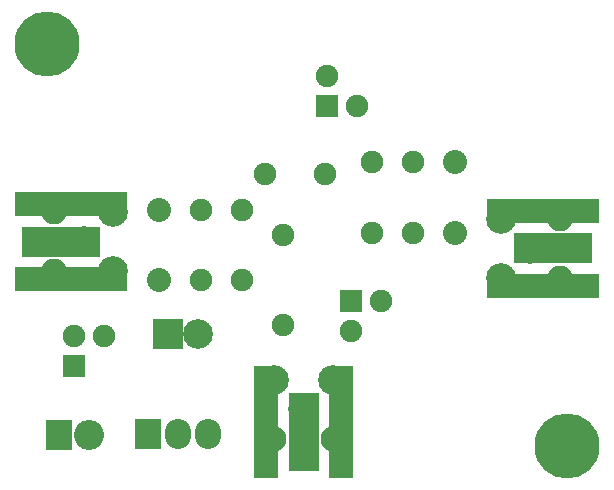
<source format=gbs>
G04 #@! TF.FileFunction,Soldermask,Bot*
%FSLAX45Y45*%
G04 Gerber Fmt 4.5, Leading zero omitted, Abs format (unit mm)*
G04 Created by KiCad (PCBNEW (2015-01-25 BZR 5388)-product) date Mo 03 Aug 2015 14:19:02 CEST*
%MOMM*%
G01*
G04 APERTURE LIST*
%ADD10C,0.150000*%
%ADD11R,2.308000X2.540000*%
%ADD12O,2.540000X2.540000*%
%ADD13C,5.509260*%
%ADD14C,2.032000*%
%ADD15C,1.905000*%
%ADD16R,1.905000X1.905000*%
%ADD17R,2.506980X2.506980*%
%ADD18C,2.506980*%
%ADD19R,2.032000X9.507220*%
%ADD20R,2.506980X6.604000*%
%ADD21C,2.108200*%
%ADD22R,9.507220X2.032000*%
%ADD23R,6.604000X2.506980*%
%ADD24R,2.235200X2.540000*%
%ADD25O,2.235200X2.540000*%
G04 APERTURE END LIST*
D10*
D11*
X12803000Y-9810000D03*
D12*
X13057000Y-9810000D03*
D13*
X17100042Y-9900158D03*
X12700000Y-6499860D03*
D14*
X16150082Y-8100060D03*
X16150082Y-7500112D03*
D15*
X15800070Y-8100060D03*
X15800070Y-7500112D03*
X15450058Y-8100060D03*
X15450058Y-7500112D03*
D14*
X13649960Y-7899908D03*
X13649960Y-8499856D03*
D15*
X13999972Y-7899908D03*
X13999972Y-8499856D03*
X14349984Y-7899908D03*
X14349984Y-8499856D03*
X15527020Y-8673084D03*
D16*
X15273020Y-8673084D03*
D15*
X15273020Y-8927084D03*
X14699996Y-8881110D03*
X14699996Y-8119110D03*
D17*
X13723112Y-8949944D03*
D18*
X13977112Y-8949944D03*
D15*
X14546072Y-7599934D03*
X15054072Y-7599934D03*
D16*
X12923012Y-9227058D03*
D15*
X12923012Y-8973058D03*
X13177012Y-8973058D03*
X15073122Y-6772910D03*
D16*
X15073122Y-7026910D03*
D15*
X15327122Y-7026910D03*
D19*
X15189454Y-9700006D03*
X14556994Y-9700006D03*
D20*
X14872970Y-9784080D03*
D18*
X14867890Y-9590024D03*
D21*
X14617954Y-9839960D03*
X15118080Y-9839960D03*
D18*
X15118080Y-9340088D03*
X14617954Y-9340088D03*
D22*
X16899890Y-7910576D03*
X16899890Y-8543036D03*
D23*
X16983964Y-8227060D03*
D18*
X16789908Y-8232140D03*
D21*
X17039844Y-8482076D03*
X17039844Y-7981950D03*
D18*
X16539972Y-7981950D03*
X16539972Y-8482076D03*
D22*
X12900152Y-8489442D03*
X12900152Y-7856982D03*
D23*
X12816078Y-8172958D03*
D18*
X13010134Y-8167878D03*
D21*
X12760198Y-7917942D03*
X12760198Y-8418068D03*
D18*
X13260070Y-8418068D03*
X13260070Y-7917942D03*
D24*
X13556000Y-9800000D03*
D25*
X13810000Y-9800000D03*
X14064000Y-9800000D03*
M02*

</source>
